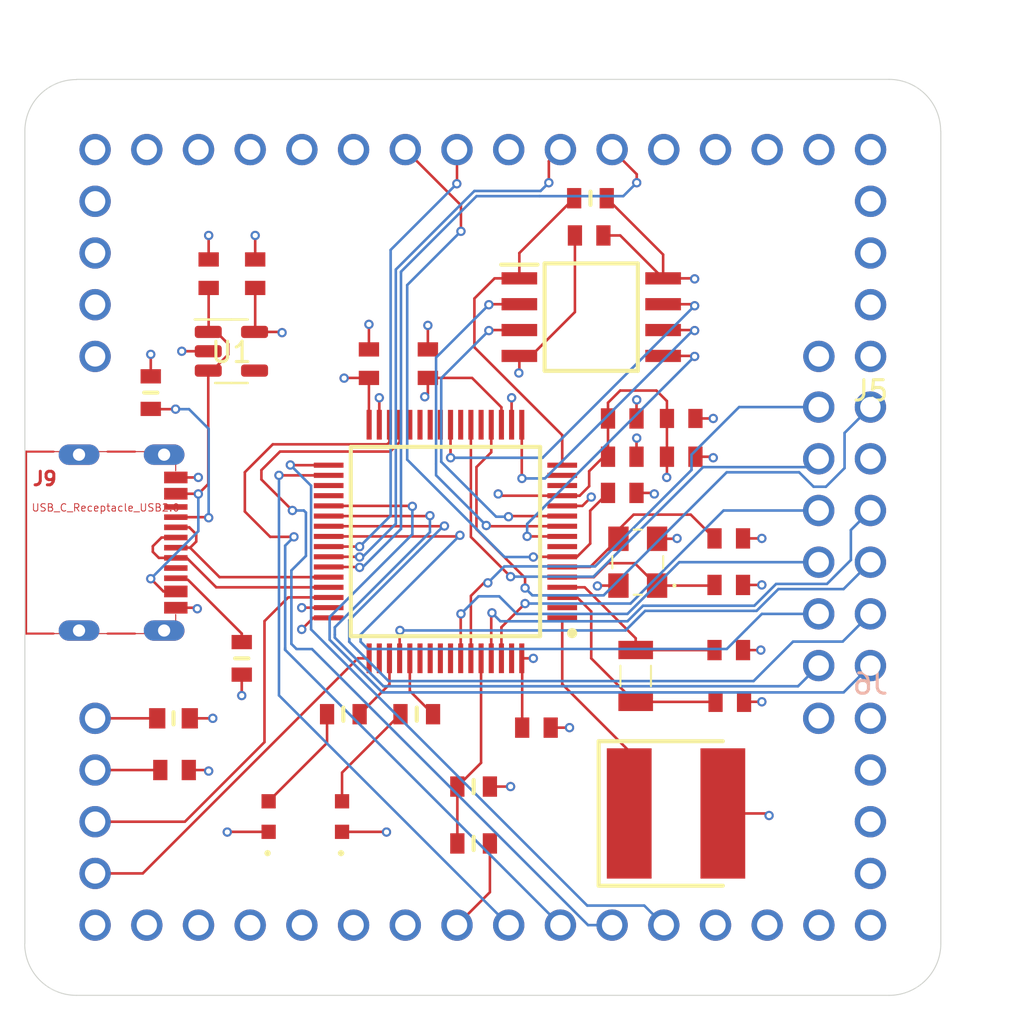
<source format=kicad_pcb>
(kicad_pcb (version 20211014) (generator pcbnew)
  (layers (0 "F.Cu" signal) (1 "In1.Cu" power) (2 "In2.Cu" power) (31 "B.Cu" signal) (34 "B.Paste" user) (35 "F.Paste" user) (36 "B.SilkS" user "B.Silkscreen") (37 "F.SilkS" user "F.Silkscreen") (38 "B.Mask" user) (39 "F.Mask" user) (44 "Edge.Cuts" user))
  (net 0 "")
  (net 1 "GND")
  (net 2 "/VDD_FILT")
  (net 3 "/NRST")
  (net 4 "Net-(C10-Pad1)")
  (net 5 "Net-(C11-Pad1)")
  (net 6 "Net-(C12-Pad1)")
  (net 7 "Net-(C13-Pad1)")
  (net 8 "/VBAT")
  (net 9 "/VBUS")
  (net 10 "VDD")
  (net 11 "/DCMI_D7")
  (net 12 "/DCMI_D6")
  (net 13 "Net-(IC1-Pad60)")
  (net 14 "/DCMI_VSYNC")
  (net 15 "/DCMI_D5")
  (net 20 "/LED2")
  (net 21 "/DCMI_D4")
  (net 22 "/LED1")
  (net 24 "/SWCLK")
  (net 25 "/SWDIO")
  (net 26 "/D+")
  (net 27 "/D-")
  (net 28 "/USART1_RX")
  (net 29 "/USART1_TX")
  (net 30 "/USART1_CK")
  (net 31 "/DCMI_D3")
  (net 32 "/DCMI_D2")
  (net 33 "/DCMI_D1")
  (net 34 "/DCMI_D0")
  (net 37 "/LPUART_CTS")
  (net 38 "/LPUART_RTS")
  (net 39 "/LPUART_TX")
  (net 40 "/LPUART_RX")
  (net 45 "/QUADSPI_BK2_IO3")
  (net 47 "/DCMI_PIXCLK")
  (net 49 "/DCMI_HSYNC")
  (net 50 "/QUADSPI_CLK")
  (net 51 "/QUADSPI_BK1_NCS")
  (net 54 "/QUADSPI_BK2_IO2")
  (net 55 "/QUADSPI_BK2_IO1")
  (net 56 "/QUADSPI_BK2_IO0")
  (net 64 "/USART1_CTS")
  (net 65 "/USART1_RTS")
  (net 77 "/BOOT0")
  (net 95 "Net-(J9-PadA5)")
  (net 97 "Net-(J9-PadB5)")
  (net 99 "Net-(LED1-Pad2)")
  (net 100 "Net-(LED2-Pad2)")
  (footprint "ta-expt:CAPC1608X90N" (layer "F.Cu") (at 160.2232 93.1672 180)
    (fp_text reference "C14" hide)
    (fp_text value "0603ZC104JAT2A" hide)
  )
  (footprint "ta-expt:USB_C_CUSB31-CFM2AX-01-X" (layer "F.Cu") (at 136.369995 108.2578 -90)
    (fp_text reference "J9")
    (fp_text value "USB_C_Receptacle_USB2.0")
  )
  (footprint "ta-expt:CAPC1608X90N" (layer "F.Cu") (at 143.8148 95.0468 90)
    (fp_text reference "C17" hide)
    (fp_text value "1uF" hide)
  )
  (footprint "ta-expt:BEADC1608X95N" (layer "F.Cu") (at 139.8016 116.8908)
    (fp_text reference "FB1" hide)
    (fp_text value "MMZ1608S601ATD25" hide)
  )
  (footprint "ta-expt:LGQ396PS35" (layer "F.Cu") (at 144.4752 121.7168 90)
    (fp_text reference "LED1" hide)
    (fp_text value "LG_Q396-PS-35" hide)
  )
  (footprint "ta-expt:CAPC1608X90N" (layer "F.Cu") (at 167.0812 110.3376)
    (fp_text reference "C11" hide)
    (fp_text value "0603ZA220JAT2A" hide)
  )
  (footprint "ta-expt:CAPC1608X90N" (layer "F.Cu") (at 161.8488 102.1588)
    (fp_text reference "C5" hide)
    (fp_text value "0603ZC105JAT2A" hide)
  )
  (footprint "ta-expt:CAPC1608X90N" (layer "F.Cu") (at 161.8488 104.0384)
    (fp_text reference "C6" hide)
    (fp_text value "0603ZC105JAT2A" hide)
  )
  (footprint "ta-expt:ABS07AIG32768kHz71T" (layer "F.Cu") (at 162.5092 114.808 90)
    (fp_text reference "Y2" hide)
    (fp_text value "ABS07AIG-32.768kHz-T" hide)
  )
  (footprint "ta-expt:CAPC1608X90N" (layer "F.Cu") (at 161.8488 105.8164)
    (fp_text reference "C9" hide)
    (fp_text value "0603ZC104JAT2A" hide)
  )
  (footprint "ta-expt:ABM8AIG25000MHZ122ZT3" (layer "F.Cu") (at 162.6108 109.22 90)
    (fp_text reference "Y1" hide)
    (fp_text value "ABM8AIG-16.000MHZ-12-2Z-T" hide)
  )
  (footprint "ta-expt:CAPC1608X90N" (layer "F.Cu") (at 167.132 116.078)
    (fp_text reference "C13" hide)
    (fp_text value "0603ZA220JAT2A" hide)
  )
  (footprint "Package_TO_SOT_SMD:SOT-23-5" (layer "F.Cu") (at 142.6464 98.8568)
    (fp_text reference "U1")
    (fp_text value "TPS7A0533PDBV")
  )
  (footprint "ta-expt:RESC1608X55N" (layer "F.Cu") (at 143.1544 113.9444 90)
    (fp_text reference "R7" hide)
    (fp_text value "5.1k" hide)
  )
  (footprint "ta-expt:QFP50P1200X1200X160-64N" (layer "F.Cu") (at 153.162 108.204 180)
    (fp_text reference "IC1" hide)
    (fp_text value "STM32L496RGT3" hide)
  )
  (footprint "ta-expt:RESC1608X55N" (layer "F.Cu") (at 154.5464 120.2436)
    (fp_text reference "R3" hide)
    (fp_text value "MCT06030C1002FP500" hide)
  )
  (footprint "ta-expt:RESC1608X55N" (layer "F.Cu") (at 151.7524 116.6876 180)
    (fp_text reference "R2" hide)
    (fp_text value "MCT06030C1001FP500" hide)
  )
  (footprint "ta-expt:RESC1608X55N" (layer "F.Cu") (at 148.1456 116.6876 180)
    (fp_text reference "R1" hide)
    (fp_text value "MCT06030C1001FP500" hide)
  )
  (footprint "ta-expt:PinSocket_1x16_TartanArtibeus" (layer "F.Cu") (at 155 88.95)
    (fp_text reference "J1" hide)
    (fp_text value "Conn_01x16")
  )
  (footprint "ta-expt:CAPC1608X90N" (layer "F.Cu") (at 141.5288 95.0468 -90)
    (fp_text reference "C16" hide)
    (fp_text value "1uF" hide)
  )
  (footprint "ta-expt:SOIC127P790X216-8N" (layer "F.Cu") (at 160.3248 97.1804)
    (fp_text reference "IC2" hide)
    (fp_text value "IS25LP128F-JBLA3" hide)
  )
  (footprint "ta-expt:CAPC1608X50N" (layer "F.Cu") (at 164.7444 102.1588)
    (fp_text reference "C8" hide)
    (fp_text value "GRM1857U1A103JA44D" hide)
  )
  (footprint "ta-expt:LGQ396PS35" (layer "F.Cu") (at 148.082 121.7168 90)
    (fp_text reference "LED2" hide)
    (fp_text value "LG_Q396-PS-35" hide)
  )
  (footprint "ta-expt:CAPPC5660X400N" (layer "F.Cu") (at 164.4904 121.5644)
    (fp_text reference "C15" hide)
    (fp_text value "597D158X9004R2T" hide)
  )
  (footprint "ta-expt:RESC1608X55N" (layer "F.Cu") (at 160.2868 91.3384 180)
    (fp_text reference "R5" hide)
    (fp_text value "MCT06030C1002FP500" hide)
  )
  (footprint "ta-expt:CAPC1608X90N" (layer "F.Cu") (at 167.0812 113.538)
    (fp_text reference "C12" hide)
    (fp_text value "0603ZA220JAT2A" hide)
  )
  (footprint "ta-expt:PinSocket_4x1_TartanArtibeus" (layer "F.Cu") (at 135.95 120.7 180)
    (fp_text reference "J4" hide)
    (fp_text value "Conn_01x04")
  )
  (footprint "ta-expt:CAPC1608X90N" (layer "F.Cu") (at 149.4028 99.4664 90)
    (fp_text reference "C2" hide)
    (fp_text value "0603ZC104JAT2A" hide)
  )
  (footprint "ta-expt:CAPC1608X90N" (layer "F.Cu") (at 139.8524 119.4308 180)
    (fp_text reference "C1" hide)
    (fp_text value "GRM188C71A475KE21D" hide)
  )
  (footprint "ta-expt:RESC1608X55N" (layer "F.Cu") (at 154.5464 123.0376 180)
    (fp_text reference "R4" hide)
    (fp_text value "MCT06030C1001FP500" hide)
  )
  (footprint "ta-expt:PinSocket_6x2_TartanArtibeus" (layer "F.Cu") (at 172.7708 107.95 180)
    (fp_text reference "J8" hide)
    (fp_text value locked "Conn_02x06_Odd_Even")
  )
  (footprint "ta-expt:PinSocket_4x1_TartanArtibeus" (layer "F.Cu") (at 135.95 95.3)
    (fp_text reference "J3" hide)
    (fp_text value "Conn_01x04")
  )
  (footprint "ta-expt:CAPC1608X90N" (layer "F.Cu") (at 167.0812 108.0516)
    (fp_text reference "C10" hide)
    (fp_text value "0603ZA220JAT2A" hide)
  )
  (footprint "ta-expt:CAPC1608X90N" (layer "F.Cu") (at 157.6324 117.348)
    (fp_text reference "C4" hide)
    (fp_text value "0603ZC104JAT2A" hide)
  )
  (footprint "ta-expt:PinSocket_1x5_TartanArtibeus" (layer "F.Cu") (at 174.05 95.3)
    (fp_text reference "J5")
    (fp_text value "Conn_01x05")
  )
  (footprint "ta-expt:PinSocket_1x16_TartanArtibeus" (layer "F.Cu") (at 155 127.05)
    (fp_text reference "J2" hide)
    (fp_text value "Conn_01x16")
  )
  (footprint "ta-expt:CAPC1608X90N" (layer "F.Cu") (at 164.7444 104.0384)
    (fp_text reference "C7" hide)
    (fp_text value "0603ZC104JAT2A" hide)
  )
  (footprint "ta-expt:RESC1608X55N" (layer "F.Cu") (at 138.684 100.8888 -90)
    (fp_text reference "R6" hide)
    (fp_text value "5.1k" hide)
  )
  (footprint "ta-expt:CAPC1608X90N" (layer "F.Cu") (at 152.2984 99.4664 90)
    (fp_text reference "C3" hide)
    (fp_text value "0603ZC104JAT2A" hide)
  )
  (footprint "ta-expt:PinSocket_1x5_TartanArtibeus" (layer "B.Cu") (at 174.04 120.7)
    (fp_text reference "J6")
    (fp_text value "Conn_01x05")
  )
  (gr_line locked (start 135.04 85.5) (end 174.96 85.5) (layer "Edge.Cuts") (width 0.05))
  (gr_arc locked (start 132.500001 88.04) (mid 133.243484 86.246451) (end 135.039946 85.510034) (layer "Edge.Cuts") (width 0.05))
  (gr_arc locked (start 135.04 130.5) (mid 133.236966 129.760561) (end 132.491569 127.959983) (layer "Edge.Cuts") (width 0.05))
  (gr_line locked (start 135.04 130.5) (end 174.96 130.5) (layer "Edge.Cuts") (width 0.05))
  (gr_arc locked (start 174.96 85.500001) (mid 176.751671 86.24586) (end 177.491601 88.039988) (layer "Edge.Cuts") (width 0.05))
  (gr_arc locked (start 177.5 127.96) (mid 176.756051 129.756051) (end 174.96 130.5) (layer "Edge.Cuts") (width 0.05))
  (gr_line locked (start 132.5 88.04) (end 132.5 127.96) (layer "Edge.Cuts") (width 0.05))
  (gr_line locked (start 177.5 88.04) (end 177.5 127.96) (layer "Edge.Cuts") (width 0.05))
  (segment (start 156.412 101.144) (end 156.412 102.466) (width 0.127) (layer "F.Cu") (net 1))
  (segment (start 158.9 106.454) (end 159.8904 106.454) (width 0.127) (layer "F.Cu") (net 1))
  (segment (start 163.5608 108.07) (end 164.5228 108.07) (width 0.127) (layer "F.Cu") (net 1))
  (segment (start 167.7812 108.0516) (end 168.7068 108.0516) (width 0.127) (layer "F.Cu") (net 1))
  (segment (start 159.5232 93.1672) (end 159.5232 96.93) (width 0.127) (layer "F.Cu") (net 1))
  (segment (start 166.7904 121.5644) (end 168.9608 121.5644) (width 0.127) (layer "F.Cu") (net 1))
  (segment (start 143.1544 114.7444) (end 143.1544 115.7732) (width 0.127) (layer "F.Cu") (net 1))
  (segment (start 162.5488 105.8164) (end 163.3728 105.8164) (width 0.127) (layer "F.Cu") (net 1))
  (segment (start 161.6608 110.37) (end 160.648 110.37) (width 0.127) (layer "F.Cu") (net 1))
  (segment (start 140.921791 111.457791) (end 140.97 111.506) (width 0.127) (layer "F.Cu") (net 1))
  (segment (start 146.102 111.454) (end 146.1008 111.4552) (width 0.127) (layer "F.Cu") (net 1))
  (segment (start 167.832 116.078) (end 168.7068 116.078) (width 0.127) (layer "F.Cu") (net 1))
  (segment (start 168.9608 121.5644) (end 169.0624 121.666) (width 0.127) (layer "F.Cu") (net 1))
  (segment (start 141.5089 98.8568) (end 140.208 98.8568) (width 0.127) (layer "F.Cu") (net 1))
  (segment (start 147.424 111.454) (end 146.102 111.454) (width 0.127) (layer "F.Cu") (net 1))
  (segment (start 162.5488 101.2556) (end 162.56 101.2444) (width 0.127) (layer "F.Cu") (net 1))
  (segment (start 142.4552 122.4668) (end 142.4432 122.4788) (width 0.127) (layer "F.Cu") (net 1))
  (segment (start 162.5488 104.0384) (end 162.5488 103.1352) (width 0.127) (layer "F.Cu") (net 1))
  (segment (start 144.4752 122.4668) (end 142.4552 122.4668) (width 0.127) (layer "F.Cu") (net 1))
  (segment (start 156.7928 99.8996) (end 156.7688 99.9236) (width 0.127) (layer "F.Cu") (net 1))
  (segment (start 152.2984 98.7664) (end 152.2984 97.5868) (width 0.127) (layer "F.Cu") (net 1))
  (segment (start 149.912 101.144) (end 149.912 102.466) (width 0.127) (layer "F.Cu") (net 1))
  (segment (start 166.2684 104.0384) (end 166.3192 104.0892) (width 0.127) (layer "F.Cu") (net 1))
  (segment (start 139.1524 119.4308) (end 135.9508 119.4308) (width 0.127) (layer "F.Cu") (net 1))
  (segment (start 158.3324 117.348) (end 159.258 117.348) (width 0.127) (layer "F.Cu") (net 1))
  (segment (start 149.4028 98.7664) (end 149.4028 97.536) (width 0.127) (layer "F.Cu") (net 1))
  (segment (start 167.7812 113.538) (end 168.656 113.538) (width 0.127) (layer "F.Cu") (net 1))
  (segment (start 159.8904 106.454) (end 160.3248 106.0196) (width 0.127) (layer "F.Cu") (net 1))
  (segment (start 163.3728 105.8164) (end 163.4236 105.8672) (width 0.127) (layer "F.Cu") (net 1))
  (segment (start 141.017396 105.057804) (end 141.0208 105.0544) (width 0.127) (layer "F.Cu") (net 1))
  (segment (start 150.2544 122.4668) (end 150.2664 122.4788) (width 0.127) (layer "F.Cu") (net 1))
  (segment (start 149.9108 101.1428) (end 149.912 101.144) (width 0.127) (layer "F.Cu") (net 1))
  (segment (start 139.915006 105.057804) (end 141.017396 105.057804) (width 0.127) (layer "F.Cu") (net 1))
  (segment (start 167.7812 110.3376) (end 168.7068 110.3376) (width 0.127) (layer "F.Cu") (net 1))
  (segment (start 141.5288 94.3468) (end 141.5288 93.1672) (width 0.127) (layer "F.Cu") (net 1))
  (segment (start 148.082 122.4668) (end 150.2544 122.4668) (width 0.127) (layer "F.Cu") (net 1))
  (segment (start 143.8148 94.3468) (end 143.8148 93.1672) (width 0.127) (layer "F.Cu") (net 1))
  (segment (start 162.5488 103.1352) (end 162.56 103.124) (width 0.127) (layer "F.Cu") (net 1))
  (segment (start 165.4444 104.0384) (end 166.2684 104.0384) (width 0.127) (layer "F.Cu") (net 1))
  (segment (start 155.3464 120.2436) (end 156.3624 120.2436) (width 0.127) (layer "F.Cu") (net 1))
  (segment (start 139.915006 111.457791) (end 140.921791 111.457791) (width 0.127) (layer "F.Cu") (net 1))
  (segment (start 156.4132 101.1428) (end 156.412 101.144) (width 0.127) (layer "F.Cu") (net 1))
  (segment (start 160.648 110.37) (end 160.6296 110.3884) (width 0.127) (layer "F.Cu") (net 1))
  (segment (start 159.5232 96.93) (end 157.3678 99.0854) (width 0.127) (layer "F.Cu") (net 1))
  (segment (start 165.4444 102.1588) (end 166.3192 102.1588) (width 0.127) (layer "F.Cu") (net 1))
  (segment (start 156.7928 99.0854) (end 156.7928 99.8996) (width 0.127) (layer "F.Cu") (net 1))
  (segment (start 157.3678 99.0854) (end 156.7928 99.0854) (width 0.127) (layer "F.Cu") (net 1))
  (segment (start 162.5488 102.1588) (end 162.5488 101.2556) (width 0.127) (layer "F.Cu") (net 1))
  (segment (start 164.5228 108.07) (end 164.5412 108.0516) (width 0.127) (layer "F.Cu") (net 1))
  (segment (start 135.9508 119.4308) (end 135.95 119.43) (width 0.127) (layer "F.Cu") (net 1))
  (segment (start 138.684 100.0888) (end 138.684 99.0092) (width 0.127) (layer "F.Cu") (net 1))
  (via (at 142.4432 122.4788) (size 0.4572) (drill 0.254) (layers "F.Cu" "B.Cu") (net 1))
  (via (at 160.3248 106.0196) (size 0.4572) (drill 0.254) (layers "F.Cu" "B.Cu") (net 1))
  (via (at 168.7068 108.0516) (size 0.4572) (drill 0.254) (layers "F.Cu" "B.Cu") (net 1))
  (via (at 140.208 98.8568) (size 0.4572) (drill 0.254) (layers "F.Cu" "B.Cu") (net 1))
  (via (at 138.684 99.0092) (size 0.4572) (drill 0.254) (layers "F.Cu" "B.Cu") (net 1))
  (via (at 168.656 113.538) (size 0.4572) (drill 0.254) (layers "F.Cu" "B.Cu") (net 1))
  (via (at 143.8148 93.1672) (size 0.4572) (drill 0.254) (layers "F.Cu" "B.Cu") (net 1))
  (via (at 156.7688 99.9236) (size 0.4572) (drill 0.254) (layers "F.Cu" "B.Cu") (net 1))
  (via (at 168.7068 116.078) (size 0.4572) (drill 0.254) (layers "F.Cu" "B.Cu") (net 1))
  (via (at 149.4028 97.536) (size 0.4572) (drill 0.254) (layers "F.Cu" "B.Cu") (net 1))
  (via (at 168.7068 110.3376) (size 0.4572) (drill 0.254) (layers "F.Cu" "B.Cu") (net 1))
  (via (at 164.5412 108.0516) (size 0.4572) (drill 0.254) (layers "F.Cu" "B.Cu") (net 1))
  (via (at 156.3624 120.2436) (size 0.4572) (drill 0.254) (layers "F.Cu" "B.Cu") (net 1))
  (via (at 152.2984 97.5868) (size 0.4572) (drill 0.254) (layers "F.Cu" "B.Cu") (net 1))
  (via (at 169.0624 121.666) (size 0.4572) (drill 0.254) (layers "F.Cu" "B.Cu") (net 1))
  (via (at 166.3192 104.0892) (size 0.4572) (drill 0.254) (layers "F.Cu" "B.Cu") (net 1))
  (via (at 149.9108 101.1428) (size 0.4572) (drill 0.254) (layers "F.Cu" "B.Cu") (net 1))
  (via (at 150.2664 122.4788) (size 0.4572) (drill 0.254) (layers "F.Cu" "B.Cu") (net 1))
  (via (at 141.0208 105.0544) (size 0.4572) (drill 0.254) (layers "F.Cu" "B.Cu") (net 1))
  (via (at 141.5288 93.1672) (size 0.4572) (drill 0.254) (layers "F.Cu" "B.Cu") (net 1))
  (via (at 146.1008 111.4552) (size 0.4572) (drill 0.254) (layers "F.Cu" "B.Cu") (net 1))
  (via (at 166.3192 102.1588) (size 0.4572) (drill 0.254) (layers "F.Cu" "B.Cu") (net 1))
  (via (at 159.258 117.348) (size 0.4572) (drill 0.254) (layers "F.Cu" "B.Cu") (net 1))
  (via (at 160.6296 110.3884) (size 0.4572) (drill 0.254) (layers "F.Cu" "B.Cu") (net 1))
  (via (at 143.1544 115.7732) (size 0.4572) (drill 0.254) (layers "F.Cu" "B.Cu") (net 1))
  (via (at 162.56 103.124) (size 0.4572) (drill 0.254) (layers "F.Cu" "B.Cu") (net 1))
  (via (at 163.4236 105.8672) (size 0.4572) (drill 0.254) (layers "F.Cu" "B.Cu") (net 1))
  (via (at 162.56 101.2444) (size 0.4572) (drill 0.254) (layers "F.Cu" "B.Cu") (net 1))
  (via (at 140.97 111.506) (size 0.4572) (drill 0.254) (layers "F.Cu" "B.Cu") (net 1))
  (via (at 156.4132 101.1428) (size 0.4572) (drill 0.254) (layers "F.Cu" "B.Cu") (net 1))
  (segment (start 143.8148 97.8759) (end 143.8148 95.7468) (width 0.127) (layer "F.Cu") (net 2))
  (segment (start 152.2984 100.1664) (end 154.4694 100.1664) (width 0.127) (layer "F.Cu") (net 2))
  (segment (start 157.4776 113.942) (end 157.48 113.9444) (width 0.127) (layer "F.Cu") (net 2))
  (segment (start 159.757 105.954) (end 160.2232 105.4878) (width 0.127) (layer "F.Cu") (net 2))
  (segment (start 155.8396 105.954) (end 155.7528 105.8672) (width 0.127) (layer "F.Cu") (net 2))
  (segment (start 140.5524 119.4308) (end 141.478 119.4308) (width 0.127) (layer "F.Cu") (net 2))
  (segment (start 161.1488 102.1588) (end 161.1488 101.3856) (width 0.127) (layer "F.Cu") (net 2))
  (segment (start 164.0444 104.0384) (end 164.0444 105.0432) (width 0.127) (layer "F.Cu") (net 2))
  (segment (start 161.1488 104.0384) (end 161.1488 102.1588) (width 0.127) (layer "F.Cu") (net 2))
  (segment (start 164.0444 102.1588) (end 164.0444 104.0384) (width 0.127) (layer "F.Cu") (net 2))
  (segment (start 163.8568 95.2754) (end 165.3794 95.2754) (width 0.127) (layer "F.Cu") (net 2))
  (segment (start 163.8568 94.1084) (end 161.0868 91.3384) (width 0.127) (layer "F.Cu") (net 2))
  (segment (start 146.1008 112.522) (end 146.6688 111.954) (width 0.127) (layer "F.Cu") (net 2))
  (segment (start 152.2984 100.9396) (end 152.146 101.092) (width 0.127) (layer "F.Cu") (net 2))
  (segment (start 145.1 97.9068) (end 145.1356 97.9424) (width 0.127) (layer "F.Cu") (net 2))
  (segment (start 163.8568 95.2754) (end 163.8568 94.1084) (width 0.127) (layer "F.Cu") (net 2))
  (segment (start 163.5252 100.7872) (end 164.0444 101.3064) (width 0.127) (layer "F.Cu") (net 2))
  (segment (start 165.3794 95.2754) (end 165.4048 95.3008) (width 0.127) (layer "F.Cu") (net 2))
  (segment (start 143.7839 97.9068) (end 143.8148 97.8759) (width 0.127) (layer "F.Cu") (net 2))
  (segment (start 161.7486 93.1672) (end 163.8568 95.2754) (width 0.127) (layer "F.Cu") (net 2))
  (segment (start 149.4028 100.1664) (end 148.1948 100.1664) (width 0.127) (layer "F.Cu") (net 2))
  (segment (start 154.4694 100.1664) (end 155.912 101.609) (width 0.127) (layer "F.Cu") (net 2))
  (segment (start 158.9 105.954) (end 155.8396 105.954) (width 0.127) (layer "F.Cu") (net 2))
  (segment (start 148.1948 100.1664) (end 148.1836 100.1776) (width 0.127) (layer "F.Cu") (net 2))
  (segment (start 149.4028 102.4568) (end 149.412 102.466) (width 0.127) (layer "F.Cu") (net 2))
  (segment (start 160.2232 104.7496) (end 160.9344 104.0384) (width 0.127) (layer "F.Cu") (net 2))
  (segment (start 164.0444 101.3064) (end 164.0444 102.1588) (width 0.127) (layer "F.Cu") (net 2))
  (segment (start 161.1488 101.3856) (end 161.7472 100.7872) (width 0.127) (layer "F.Cu") (net 2))
  (segment (start 164.0444 105.0432) (end 164.0332 105.0544) (width 0.127) (layer "F.Cu") (net 2))
  (segment (start 149.4028 100.1664) (end 149.4028 102.4568) (width 0.127) (layer "F.Cu") (net 2))
  (segment (start 160.9344 104.0384) (end 161.1488 104.0384) (width 0.127) (layer "F.Cu") (net 2))
  (segment (start 152.2984 100.1664) (end 152.2984 100.9396) (width 0.127) (layer "F.Cu") (net 2))
  (segment (start 161.7472 100.7872) (end 163.5252 100.7872) (width 0.127) (layer "F.Cu") (net 2))
  (segment (start 160.9232 93.1672) (end 161.7486 93.1672) (width 0.127) (layer "F.Cu") (net 2))
  (segment (start 158.9 105.954) (end 159.757 105.954) (width 0.127) (layer "F.Cu") (net 2))
  (segment (start 156.912 113.942) (end 157.4776 113.942) (width 0.127) (layer "F.Cu") (net 2))
  (segment (start 160.2232 105.4878) (end 160.2232 104.7496) (width 0.127) (layer "F.Cu") (net 2))
  (segment (start 156.9324 113.9624) (end 156.912 113.942) (width 0.127) (layer "F.Cu") (net 2))
  (segment (start 141.478 119.4308) (end 141.5288 119.4816) (width 0.127) (layer "F.Cu") (net 2))
  (segment (start 156.9324 117.348) (end 156.9324 113.9624) (width 0.127) (layer "F.Cu") (net 2))
  (segment (start 155.912 101.609) (end 155.912 102.466) (width 0.127) (layer "F.Cu") (net 2))
  (segment (start 143.7839 97.9068) (end 145.1 97.9068) (width 0.127) (layer "F.Cu") (net 2))
  (segment (start 140.6016 116.8908) (end 141.732 116.8908) (width 0.127) (layer "F.Cu") (net 2))
  (segment (start 146.6688 111.954) (end 147.424 111.954) (width 0.127) (layer "F.Cu") (net 2))
  (via (at 148.1836 100.1776) (size 0.4572) (drill 0.254) (layers "F.Cu" "B.Cu") (net 2))
  (via (at 165.4048 95.3008) (size 0.4572) (drill 0.254) (layers "F.Cu" "B.Cu") (net 2))
  (via (at 155.7528 105.8672) (size 0.4572) (drill 0.254) (layers "F.Cu" "B.Cu") (net 2))
  (via (at 141.732 116.8908) (size 0.4572) (drill 0.254) (layers "F.Cu" "B.Cu") (net 2))
  (via (at 146.1008 112.522) (size 0.4572) (drill 0.254) (layers "F.Cu" "B.Cu") (net 2))
  (via (at 141.5288 119.4816) (size 0.4572) (drill 0.254) (layers "F.Cu" "B.Cu") (net 2))
  (via (at 152.146 101.092) (size 0.4572) (drill 0.254) (layers "F.Cu" "B.Cu") (net 2))
  (via (at 157.48 113.9444) (size 0.4572) (drill 0.254) (layers "F.Cu" "B.Cu") (net 2))
  (via (at 164.0332 105.0544) (size 0.4572) (drill 0.254) (layers "F.Cu" "B.Cu") (net 2))
  (via (at 145.1356 97.9424) (size 0.4572) (drill 0.254) (layers "F.Cu" "B.Cu") (net 2))
  (segment (start 160.274 106.6912) (end 160.274 108.3056) (width 0.127) (layer "F.Cu") (net 3))
  (segment (start 159.6256 108.954) (end 158.9 108.954) (width 0.127) (layer "F.Cu") (net 3))
  (segment (start 161.1488 105.8164) (end 160.274 106.6912) (width 0.127) (layer "F.Cu") (net 3))
  (segment (start 153.924 92.964) (end 153.924 91.684) (width 0.127) (layer "F.Cu") (net 3))
  (segment (start 157.492 108.954) (end 157.48 108.966) (width 0.127) (layer "F.Cu") (net 3))
  (segment (start 153.924 91.684) (end 151.19 88.95) (width 0.127) (layer "F.Cu") (net 3))
  (segment (start 160.274 108.3056) (end 159.6256 108.954) (width 0.127) (layer "F.Cu") (net 3))
  (segment (start 158.9 108.954) (end 157.492 108.954) (width 0.127) (layer "F.Cu") (net 3))
  (via (at 157.48 108.966) (size 0.4572) (drill 0.254) (layers "F.Cu" "B.Cu") (net 3))
  (via (at 153.924 92.964) (size 0.4572) (drill 0.254) (layers "F.Cu" "B.Cu") (net 3))
  (segment (start 157.48 108.966) (end 156.066754 108.966) (width 0.127) (layer "B.Cu") (net 3))
  (segment (start 151.2824 104.181646) (end 151.2824 95.6056) (width 0.127) (layer "B.Cu") (net 3))
  (segment (start 156.066754 108.966) (end 151.2824 104.181646) (width 0.127) (layer "B.Cu") (net 3))
  (segment (start 151.2824 95.6056) (end 153.924 92.964) (width 0.127) (layer "B.Cu") (net 3))
  (segment (start 161.6608 107.63) (end 162.4076 106.8832) (width 0.127) (layer "F.Cu") (net 4))
  (segment (start 165.2128 106.8832) (end 166.3812 108.0516) (width 0.127) (layer "F.Cu") (net 4))
  (segment (start 162.4076 106.8832) (end 165.2128 106.8832) (width 0.127) (layer "F.Cu") (net 4))
  (segment (start 160.2768 109.454) (end 158.9 109.454) (width 0.127) (layer "F.Cu") (net 4))
  (segment (start 161.6608 108.07) (end 160.2768 109.454) (width 0.127) (layer "F.Cu") (net 4))
  (segment (start 161.6608 108.07) (end 161.6608 107.63) (width 0.127) (layer "F.Cu") (net 4))
  (segment (start 163.5608 110.37) (end 166.3488 110.37) (width 0.127) (layer "F.Cu") (net 5))
  (segment (start 161.1376 109.2708) (end 160.4544 109.954) (width 0.127) (layer "F.Cu") (net 5))
  (segment (start 163.5608 110.37) (end 162.4616 109.2708) (width 0.127) (layer "F.Cu") (net 5))
  (segment (start 166.3488 110.37) (end 166.3812 110.3376) (width 0.127) (layer "F.Cu") (net 5))
  (segment (start 162.4616 109.2708) (end 161.1376 109.2708) (width 0.127) (layer "F.Cu") (net 5))
  (segment (start 160.4544 109.954) (end 158.9 109.954) (width 0.127) (layer "F.Cu") (net 5))
  (segment (start 166.3812 113.538) (end 162.5142 113.538) (width 0.127) (layer "F.Cu") (net 6))
  (segment (start 162.5092 113.533) (end 162.5092 112.956) (width 0.127) (layer "F.Cu") (net 6))
  (segment (start 162.5092 112.956) (end 160.0072 110.454) (width 0.127) (layer "F.Cu") (net 6))
  (segment (start 160.0072 110.454) (end 158.9 110.454) (width 0.127) (layer "F.Cu") (net 6))
  (segment (start 162.5142 113.538) (end 162.5092 113.533) (width 0.127) (layer "F.Cu") (net 6))
  (segment (start 160.3248 111.6428) (end 159.636 110.954) (width 0.127) (layer "F.Cu") (net 7))
  (segment (start 160.3248 113.9444) (end 160.3248 111.6428) (width 0.127) (layer "F.Cu") (net 7))
  (segment (start 162.4634 116.083) (end 160.3248 113.9444) (width 0.127) (layer "F.Cu") (net 7))
  (segment (start 162.5092 116.083) (end 162.4634 116.083) (width 0.127) (layer "F.Cu") (net 7))
  (segment (start 162.5092 116.083) (end 166.427 116.083) (width 0.127) (layer "F.Cu") (net 7))
  (segment (start 159.636 110.954) (end 158.9 110.954) (width 0.127) (layer "F.Cu") (net 7))
  (segment (start 166.427 116.083) (end 166.432 116.078) (width 0.127) (layer "F.Cu") (net 7))
  (segment (start 162.1904 121.5644) (end 162.1904 118.5024) (width 0.127) (layer "F.Cu") (net 8))
  (segment (start 158.9 115.212) (end 158.9 111.954) (width 0.127) (layer "F.Cu") (net 8))
  (segment (start 162.1904 118.5024) (end 158.9 115.212) (width 0.127) (layer "F.Cu") (net 8))
  (segment (start 142.494 98.5012) (end 141.8996 97.9068) (width 0.127) (layer "F.Cu") (net 9))
  (segment (start 139.308992 110.657792) (end 138.684 110.0328) (width 0.127) (layer "F.Cu") (net 9))
  (segment (start 141.5089 105.3791) (end 141.5089 99.8068) (width 0.127) (layer "F.Cu") (net 9))
  (segment (start 141.5089 99.8068) (end 141.70294 99.8068) (width 0.127) (layer "F.Cu") (net 9))
  (segment (start 141.0208 105.8672) (end 141.5089 105.3791) (width 0.127) (layer "F.Cu") (net 9))
  (segment (start 141.8996 97.9068) (end 141.5089 97.9068) (width 0.127) (layer "F.Cu") (net 9))
  (segment (start 139.915006 110.657792) (end 139.766513 110.509299) (width 0.127) (layer "F.Cu") (net 9))
  (segment (start 141.5089 97.9068) (end 141.5288 97.8869) (width 0.127) (layer "F.Cu") (net 9))
  (segment (start 139.915006 110.657792) (end 139.308992 110.657792) (width 0.127) (layer "F.Cu") (net 9))
  (segment (start 141.70294 99.8068) (end 142.494 99.01574) (width 0.127) (layer "F.Cu") (net 9))
  (segment (start 141.5288 97.8869) (end 141.5288 95.7468) (width 0.127) (layer "F.Cu") (net 9))
  (segment (start 141.011402 105.857802) (end 141.0208 105.8672) (width 0.127) (layer "F.Cu") (net 9))
  (segment (start 139.915006 105.857802) (end 141.011402 105.857802) (width 0.127) (layer "F.Cu") (net 9))
  (segment (start 142.494 99.01574) (end 142.494 98.5012) (width 0.127) (layer "F.Cu") (net 9))
  (via (at 138.684 110.0328) (size 0.4572) (drill 0.254) (layers "F.Cu" "B.Cu") (net 9))
  (via (at 141.0208 105.8672) (size 0.4572) (drill 0.254) (layers "F.Cu" "B.Cu") (net 9))
  (segment (start 141.0208 107.696) (end 141.0208 105.8672) (width 0.127) (layer "B.Cu") (net 9))
  (segment (start 138.684 110.0328) (end 141.0208 107.696) (width 0.127) (layer "B.Cu") (net 9))
  (segment (start 135.9508 116.8908) (end 135.95 116.89) (width 0.127) (layer "F.Cu") (net 10))
  (segment (start 139.0016 116.8908) (end 135.9508 116.8908) (width 0.127) (layer "F.Cu") (net 10))
  (segment (start 155.912 112.4136) (end 157.0736 111.252) (width 0.127) (layer "F.Cu") (net 11))
  (segment (start 155.912 113.942) (end 155.912 112.4136) (width 0.127) (layer "F.Cu") (net 11))
  (via (at 157.0736 111.252) (size 0.4572) (drill 0.254) (layers "F.Cu" "B.Cu") (net 11))
  (segment (start 162.2552 111.252) (end 166.8272 106.68) (width 0.127) (layer "B.Cu") (net 11))
  (segment (start 157.0736 111.252) (end 162.2552 111.252) (width 0.127) (layer "B.Cu") (net 11))
  (segment (start 166.8272 106.68) (end 171.5008 106.68) (width 0.127) (layer "B.Cu") (net 11))
  (segment (start 155.412 111.7452) (end 155.412 113.942) (width 0.127) (layer "F.Cu") (net 12))
  (segment (start 155.448 111.7092) (end 155.412 111.7452) (width 0.127) (layer "F.Cu") (net 12))
  (via (at 155.448 111.7092) (size 0.4572) (drill 0.254) (layers "F.Cu" "B.Cu") (net 12))
  (segment (start 174.0408 106.68) (end 173.0803 107.6405) (width 0.127) (layer "B.Cu") (net 12))
  (segment (start 169.4688 110.2868) (end 169.408846 110.2868) (width 0.127) (layer "B.Cu") (net 12))
  (segment (start 169.408846 110.2868) (end 168.338436 111.35721) (width 0.127) (layer "B.Cu") (net 12))
  (segment (start 155.86162 112.12282) (end 155.448 111.7092) (width 0.127) (layer "B.Cu") (net 12))
  (segment (start 173.0803 107.6405) (end 173.0803 109.1137) (width 0.127) (layer "B.Cu") (net 12))
  (segment (start 162.1028 112.12282) (end 157.62518 112.12282) (width 0.127) (layer "B.Cu") (net 12))
  (segment (start 168.338436 111.35721) (end 162.86841 111.35721) (width 0.127) (layer "B.Cu") (net 12))
  (segment (start 157.62518 112.12282) (end 155.86162 112.12282) (width 0.127) (layer "B.Cu") (net 12))
  (segment (start 172.0088 110.1852) (end 171.9072 110.2868) (width 0.127) (layer "B.Cu") (net 12))
  (segment (start 162.86841 111.35721) (end 162.1028 112.12282) (width 0.127) (layer "B.Cu") (net 12))
  (segment (start 173.0803 109.1137) (end 172.0088 110.1852) (width 0.127) (layer "B.Cu") (net 12))
  (segment (start 171.9072 110.2868) (end 169.4688 110.2868) (width 0.127) (layer "B.Cu") (net 12))
  (segment (start 153.7464 120.2436) (end 153.7464 123.0376) (width 0.127) (layer "F.Cu") (net 13))
  (segment (start 154.912 119.078) (end 153.7464 120.2436) (width 0.127) (layer "F.Cu") (net 13))
  (segment (start 154.912 113.942) (end 154.912 119.078) (width 0.127) (layer "F.Cu") (net 13))
  (segment (start 154.412 113.942) (end 154.412 110.874754) (width 0.127) (layer "F.Cu") (net 14))
  (segment (start 154.412 110.874754) (end 155.054054 110.2327) (width 0.127) (layer "F.Cu") (net 14))
  (via (at 155.2448 110.236) (size 0.4572) (drill 0.254) (layers "F.Cu" "B.Cu") (net 14))
  (segment (start 160.515546 109.4265) (end 165.2524 104.689646) (width 0.127) (layer "B.Cu") (net 14))
  (segment (start 167.5892 101.6) (end 171.5008 101.6) (width 0.127) (layer "B.Cu") (net 14))
  (segment (start 155.2448 110.236) (end 156.0543 109.4265) (width 0.127) (layer "B.Cu") (net 14))
  (segment (start 156.0543 109.4265) (end 160.515546 109.4265) (width 0.127) (layer "B.Cu") (net 14))
  (segment (start 165.2524 103.9368) (end 167.5892 101.6) (width 0.127) (layer "B.Cu") (net 14))
  (segment (start 165.2524 104.689646) (end 165.2524 103.9368) (width 0.127) (layer "B.Cu") (net 14))
  (segment (start 153.912 111.772) (end 153.912 113.942) (width 0.127) (layer "F.Cu") (net 15))
  (segment (start 153.924 111.76) (end 153.912 111.772) (width 0.127) (layer "F.Cu") (net 15))
  (via (at 153.924 111.76) (size 0.4572) (drill 0.254) (layers "F.Cu" "B.Cu") (net 15))
  (segment (start 162.10641 111.76) (end 156.6672 111.76) (width 0.127) (layer "B.Cu") (net 15))
  (segment (start 164.64641 109.22) (end 162.10641 111.76) (width 0.127) (layer "B.Cu") (net 15))
  (segment (start 154.7876 110.8964) (end 153.924 111.76) (width 0.127) (layer "B.Cu") (net 15))
  (segment (start 155.8036 110.8964) (end 154.7876 110.8964) (width 0.127) (layer "B.Cu") (net 15))
  (segment (start 171.5008 109.22) (end 164.64641 109.22) (width 0.127) (layer "B.Cu") (net 15))
  (segment (start 156.6672 111.76) (end 155.8036 110.8964) (width 0.127) (layer "B.Cu") (net 15))
  (segment (start 151.412 115.5472) (end 151.412 113.942) (width 0.127) (layer "F.Cu") (net 20))
  (segment (start 152.5524 116.6876) (end 151.412 115.5472) (width 0.127) (layer "F.Cu") (net 20))
  (segment (start 150.912 112.5876) (end 150.912 113.942) (width 0.127) (layer "F.Cu") (net 21))
  (segment (start 150.9268 112.5728) (end 150.912 112.5876) (width 0.127) (layer "F.Cu") (net 21))
  (via (at 150.9268 112.5728) (size 0.4572) (drill 0.254) (layers "F.Cu" "B.Cu") (net 21))
  (segment (start 162.97362 111.61121) (end 162.387615 112.197215) (width 0.127) (layer "B.Cu") (net 21))
  (segment (start 172.72 110.5408) (end 169.5196 110.5408) (width 0.127) (layer "B.Cu") (net 21))
  (segment (start 168.3004 111.61121) (end 162.97362 111.61121) (width 0.127) (layer "B.Cu") (net 21))
  (segment (start 162.387615 112.197215) (end 162.01203 112.5728) (width 0.127) (layer "B.Cu") (net 21))
  (segment (start 168.44919 111.61121) (end 168.3004 111.61121) (width 0.127) (layer "B.Cu") (net 21))
  (segment (start 169.5196 110.5408) (end 168.44919 111.61121) (width 0.127) (layer "B.Cu") (net 21))
  (segment (start 162.01203 112.5728) (end 150.9268 112.5728) (width 0.127) (layer "B.Cu") (net 21))
  (segment (start 174.0408 109.22) (end 172.72 110.5408) (width 0.127) (layer "B.Cu") (net 21))
  (segment (start 150.412 115.2212) (end 150.412 113.942) (width 0.127) (layer "F.Cu") (net 22))
  (segment (start 148.9456 116.6876) (end 150.412 115.2212) (width 0.127) (layer "F.Cu") (net 22))
  (segment (start 149.412 113.942) (end 148.8602 113.942) (width 0.127) (layer "F.Cu") (net 24))
  (segment (start 138.2922 124.51) (end 135.95 124.51) (width 0.127) (layer "F.Cu") (net 24))
  (segment (start 148.8602 113.942) (end 138.2922 124.51) (width 0.127) (layer "F.Cu") (net 24))
  (segment (start 147.424 110.954) (end 146.567 110.954) (width 0.127) (layer "F.Cu") (net 25))
  (segment (start 144.272 118.0592) (end 140.3612 121.97) (width 0.127) (layer "F.Cu") (net 25))
  (segment (start 140.3612 121.97) (end 135.95 121.97) (width 0.127) (layer "F.Cu") (net 25))
  (segment (start 146.5602 110.9472) (end 145.4404 110.9472) (width 0.127) (layer "F.Cu") (net 25))
  (segment (start 144.272 112.1156) (end 144.272 118.0592) (width 0.127) (layer "F.Cu") (net 25))
  (segment (start 146.567 110.954) (end 146.5602 110.9472) (width 0.127) (layer "F.Cu") (net 25))
  (segment (start 145.4404 110.9472) (end 144.272 112.1156) (width 0.127) (layer "F.Cu") (net 25))
  (segment (start 138.7856 108.712) (end 138.7856 108.435195) (width 0.127) (layer "F.Cu") (net 26))
  (segment (start 139.914995 109.0078) (end 140.453 109.0078) (width 0.127) (layer "F.Cu") (net 26))
  (segment (start 139.0814 109.0078) (end 138.7856 108.712) (width 0.127) (layer "F.Cu") (net 26))
  (segment (start 141.8992 110.454) (end 147.424 110.454) (width 0.127) (layer "F.Cu") (net 26))
  (segment (start 138.7856 108.435195) (end 139.212995 108.0078) (width 0.127) (layer "F.Cu") (net 26))
  (segment (start 140.453 109.0078) (end 141.8992 110.454) (width 0.127) (layer "F.Cu") (net 26))
  (segment (start 139.212995 108.0078) (end 139.914995 108.0078) (width 0.127) (layer "F.Cu") (net 26))
  (segment (start 139.914995 109.0078) (end 139.0814 109.0078) (width 0.127) (layer "F.Cu") (net 26))
  (segment (start 140.616995 108.5078) (end 140.9192 108.205595) (width 0.127) (layer "F.Cu") (net 27))
  (segment (start 140.9192 108.205595) (end 140.9192 107.8484) (width 0.127) (layer "F.Cu") (net 27))
  (segment (start 140.5786 107.5078) (end 139.914995 107.5078) (width 0.127) (layer "F.Cu") (net 27))
  (segment (start 139.914995 108.5078) (end 140.616995 108.5078) (width 0.127) (layer "F.Cu") (net 27))
  (segment (start 142.063195 109.954) (end 140.616995 108.5078) (width 0.127) (layer "F.Cu") (net 27))
  (segment (start 147.424 109.954) (end 142.063195 109.954) (width 0.127) (layer "F.Cu") (net 27))
  (segment (start 140.9192 107.8484) (end 140.5786 107.5078) (width 0.127) (layer "F.Cu") (net 27))
  (segment (start 162.56 90.16) (end 161.35 88.95) (width 0.127) (layer "F.Cu") (net 28))
  (segment (start 162.56 90.5764) (end 162.56 90.16) (width 0.127) (layer "F.Cu") (net 28))
  (segment (start 148.9256 109.454) (end 148.9456 109.474) (width 0.127) (layer "F.Cu") (net 28))
  (segment (start 147.424 109.454) (end 148.9256 109.454) (width 0.127) (layer "F.Cu") (net 28))
  (via (at 148.9456 109.474) (size 0.4572) (drill 0.254) (layers "F.Cu" "B.Cu") (net 28))
  (via (at 162.56 90.5764) (size 0.4572) (drill 0.254) (layers "F.Cu" "B.Cu") (net 28))
  (segment (start 162.56 90.5764) (end 162.6108 90.5256) (width 0.127) (layer "B.Cu") (net 28))
  (segment (start 160.782 91.2368) (end 161.8996 91.2368) (width 0.127) (layer "B.Cu") (net 28))
  (segment (start 157.7848 91.2368) (end 160.782 91.2368) (width 0.127) (layer "B.Cu") (net 28))
  (segment (start 154.68961 91.2368) (end 157.7848 91.2368) (width 0.127) (layer "B.Cu") (net 28))
  (segment (start 150.9776 94.996) (end 150.9776 94.94881) (width 0.127) (layer "B.Cu") (net 28))
  (segment (start 148.9456 109.474) (end 149.088846 109.474) (width 0.127) (layer "B.Cu") (net 28))
  (segment (start 149.088846 109.474) (end 150.9776 107.585246) (width 0.127) (layer "B.Cu") (net 28))
  (segment (start 161.8996 91.2368) (end 162.56 90.5764) (width 0.127) (layer "B.Cu") (net 28))
  (segment (start 150.9776 94.94881) (end 154.68961 91.2368) (width 0.127) (layer "B.Cu") (net 28))
  (segment (start 150.9776 107.585246) (end 150.9776 94.996) (width 0.127) (layer "B.Cu") (net 28))
  (segment (start 148.9336 108.954) (end 148.9456 108.966) (width 0.127) (layer "F.Cu") (net 29))
  (segment (start 158.242 89.518) (end 158.81 88.95) (width 0.127) (layer "F.Cu") (net 29))
  (segment (start 147.424 108.954) (end 148.9336 108.954) (width 0.127) (layer "F.Cu") (net 29))
  (segment (start 158.242 90.5764) (end 158.242 89.518) (width 0.127) (layer "F.Cu") (net 29))
  (via (at 148.9456 108.966) (size 0.4572) (drill 0.254) (layers "F.Cu" "B.Cu") (net 29))
  (via (at 158.242 90.5764) (size 0.4572) (drill 0.254) (layers "F.Cu" "B.Cu") (net 29))
  (segment (start 150.7236 94.8436) (end 154.5844 90.9828) (width 0.127) (layer "B.Cu") (net 29))
  (segment (start 150.7236 107.331246) (end 150.7236 106.6292) (width 0.127) (layer "B.Cu") (net 29))
  (segment (start 149.136346 108.9185) (end 150.7236 107.331246) (width 0.127) (layer "B.Cu") (net 29))
  (segment (start 148.802354 108.966) (end 148.754854 108.9185) (width 0.127) (layer "B.Cu") (net 29))
  (segment (start 157.8356 90.9828) (end 158.242 90.5764) (width 0.127) (layer "B.Cu") (net 29))
  (segment (start 154.5844 90.9828) (end 157.8356 90.9828) (width 0.127) (layer "B.Cu") (net 29))
  (segment (start 148.754854 108.9185) (end 149.136346 108.9185) (width 0.127) (layer "B.Cu") (net 29))
  (segment (start 150.7236 106.6292) (end 150.7236 94.8436) (width 0.127) (layer "B.Cu") (net 29))
  (segment (start 150.7236 106.6292) (end 150.7236 106.4768) (width 0.127) (layer "B.Cu") (net 29))
  (segment (start 148.9456 108.966) (end 148.802354 108.966) (width 0.127) (layer "B.Cu") (net 29))
  (segment (start 153.73 90.618) (end 153.73 88.95) (width 0.127) (layer "F.Cu") (net 30))
  (segment (start 148.9416 108.454) (end 148.9456 108.458) (width 0.127) (layer "F.Cu") (net 30))
  (segment (start 153.7208 90.6272) (end 153.73 90.618) (width 0.127) (layer "F.Cu") (net 30))
  (segment (start 147.424 108.454) (end 148.9416 108.454) (width 0.127) (layer "F.Cu") (net 30))
  (via (at 148.9456 108.458) (size 0.4572) (drill 0.254) (layers "F.Cu" "B.Cu") (net 30))
  (via (at 153.7208 90.6272) (size 0.4572) (drill 0.254) (layers "F.Cu" "B.Cu") (net 30))
  (segment (start 150.4696 106.934) (end 150.4696 93.8784) (width 0.127) (layer "B.Cu") (net 30))
  (segment (start 148.9456 108.458) (end 150.4696 106.934) (width 0.127) (layer "B.Cu") (net 30))
  (segment (start 150.4696 93.8784) (end 153.7208 90.6272) (width 0.127) (layer "B.Cu") (net 30))
  (segment (start 153.8184 107.954) (end 147.424 107.954) (width 0.127) (layer "F.Cu") (net 31))
  (segment (start 153.8732 107.8992) (end 153.8184 107.954) (width 0.127) (layer "F.Cu") (net 31))
  (via (at 153.8732 107.8992) (size 0.4572) (drill 0.254) (layers "F.Cu" "B.Cu") (net 31))
  (segment (start 149.3487 113.4839) (end 148.9964 113.1316) (width 0.127) (layer "B.Cu") (net 31))
  (segment (start 168.7068 111.76) (end 167.9448 112.522) (width 0.127) (layer "B.Cu") (net 31))
  (segment (start 148.9964 112.776) (end 153.8732 107.8992) (width 0.127) (layer "B.Cu") (net 31))
  (segment (start 167.9448 112.522) (end 166.9829 113.4839) (width 0.127) (layer "B.Cu") (net 31))
  (segment (start 171.5008 111.76) (end 168.7068 111.76) (width 0.127) (layer "B.Cu") (net 31))
  (segment (start 166.9829 113.4839) (end 149.3487 113.4839) (width 0.127) (layer "B.Cu") (net 31))
  (segment (start 148.9964 113.1316) (end 148.9964 112.776) (width 0.127) (layer "B.Cu") (net 31))
  (segment (start 153.0992 107.454) (end 147.424 107.454) (width 0.127) (layer "F.Cu") (net 32))
  (segment (start 153.1112 107.442) (end 153.0992 107.454) (width 0.127) (layer "F.Cu") (net 32))
  (via (at 153.1112 107.442) (size 0.4572) (drill 0.254) (layers "F.Cu" "B.Cu") (net 32))
  (segment (start 148.4376 112.06841) (end 151.792205 108.713805) (width 0.127) (layer "B.Cu") (net 32))
  (segment (start 150.366195 115.060195) (end 148.4376 113.1316) (width 0.127) (layer "B.Cu") (net 32))
  (segment (start 172.679548 113.121252) (end 170.239343 113.121252) (width 0.127) (layer "B.Cu") (net 32))
  (segment (start 174.0408 111.76) (end 172.679548 113.121252) (width 0.127) (layer "B.Cu") (net 32))
  (segment (start 170.239343 113.121252) (end 168.3004 115.060195) (width 0.127) (layer "B.Cu") (net 32))
  (segment (start 148.4376 113.1316) (end 148.4376 112.06841) (width 0.127) (layer "B.Cu") (net 32))
  (segment (start 168.3004 115.060195) (end 150.366195 115.060195) (width 0.127) (layer "B.Cu") (net 32))
  (segment (start 153.06401 107.442) (end 153.1112 107.442) (width 0.127) (layer "B.Cu") (net 32))
  (segment (start 151.792205 108.713805) (end 153.06401 107.442) (width 0.127) (layer "B.Cu") (net 32))
  (segment (start 152.4 106.934) (end 152.38 106.954) (width 0.127) (layer "F.Cu") (net 33))
  (segment (start 152.38 106.954) (end 147.424 106.954) (width 0.127) (layer "F.Cu") (net 33))
  (via (at 152.4 106.934) (size 0.4572) (drill 0.254) (layers "F.Cu" "B.Cu") (net 33))
  (segment (start 147.7264 112.4204) (end 152.0952 108.0516) (width 0.127) (layer "B.Cu") (net 33))
  (segment (start 152.4 107.7468) (end 152.4 106.934) (width 0.127) (layer "B.Cu") (net 33))
  (segment (start 147.7264 112.92479) (end 147.7264 112.776) (width 0.127) (layer "B.Cu") (net 33))
  (segment (start 147.7264 112.776) (end 147.7264 112.4204) (width 0.127) (layer "B.Cu") (net 33))
  (segment (start 150.115805 115.314195) (end 147.7264 112.92479) (width 0.127) (layer "B.Cu") (net 33))
  (segment (start 152.0952 108.0516) (end 152.4 107.7468) (width 0.127) (layer "B.Cu") (net 33))
  (segment (start 170.486605 115.314195) (end 150.115805 115.314195) (width 0.127) (layer "B.Cu") (net 33))
  (segment (start 171.5008 114.3) (end 170.486605 115.314195) (width 0.127) (layer "B.Cu") (net 33))
  (segment (start 151.5136 106.454) (end 147.424 106.454) (width 0.127) (layer "F.Cu") (net 34))
  (segment (start 151.5364 106.4768) (end 151.5136 106.454) (width 0.127) (layer "F.Cu") (net 34))
  (via (at 151.5364 106.4768) (size 0.4572) (drill 0.254) (layers "F.Cu" "B.Cu") (net 34))
  (segment (start 151.5364 107.8484) (end 151.5364 106.4768) (width 0.127) (layer "B.Cu") (net 34))
  (segment (start 147.4724 111.9124) (end 151.5364 107.8484) (width 0.127) (layer "B.Cu") (net 34))
  (segment (start 172.7233 115.6175) (end 150.0599 115.6175) (width 0.127) (layer "B.Cu") (net 34))
  (segment (start 174.0408 114.3) (end 172.7233 115.6175) (width 0.127) (layer "B.Cu") (net 34))
  (segment (start 150.0599 115.6175) (end 147.4724 113.03) (width 0.127) (layer "B.Cu") (net 34))
  (segment (start 147.4724 113.03) (end 147.4724 111.9124) (width 0.127) (layer "B.Cu") (net 34))
  (segment (start 144.9832 104.9528) (end 144.9324 104.902) (width 0.127) (layer "F.Cu") (net 37))
  (segment (start 147.424 104.954) (end 144.9844 104.954) (width 0.127) (layer "F.Cu") (net 37))
  (segment (start 144.9844 104.954) (end 144.9832 104.9528) (width 0.127) (layer "F.Cu") (net 37))
  (via (at 144.9832 104.9528) (size 0.4572) (drill 0.254) (layers "F.Cu" "B.Cu") (net 37))
  (segment (start 144.9832 104.9528) (end 144.9832 115.7632) (width 0.127) (layer "B.Cu") (net 37))
  (segment (start 144.9832 115.7632) (end 156.27 127.05) (width 0.127) (layer "B.Cu") (net 37))
  (segment (start 147.424 104.454) (end 145.5512 104.454) (width 0.127) (layer "F.Cu") (net 38))
  (segment (start 145.5512 104.454) (end 145.542 104.4448) (width 0.127) (layer "F.Cu") (net 38))
  (via (at 145.542 104.4448) (size 0.4572) (drill 0.254) (layers "F.Cu" "B.Cu") (net 38))
  (segment (start 146.5613 105.4641) (end 145.542 104.4448) (width 0.127) (layer "B.Cu") (net 38))
  (segment (start 146.5613 112.5253) (end 146.5613 105.4641) (width 0.127) (layer "B.Cu") (net 38))
  (segment (start 162.9295 126.0895) (end 160.1255 126.0895) (width 0.127) (layer "B.Cu") (net 38))
  (segment (start 163.89 127.05) (end 162.9295 126.0895) (width 0.127) (layer "B.Cu") (net 38))
  (segment (start 160.1255 126.0895) (end 146.5613 112.5253) (width 0.127) (layer "B.Cu") (net 38))
  (segment (start 144.6784 103.4288) (end 150.3062 103.4288) (width 0.127) (layer "F.Cu") (net 39))
  (segment (start 143.3068 106.7308) (end 143.3068 104.8004) (width 0.127) (layer "F.Cu") (net 39))
  (segment (start 150.3062 103.4288) (end 150.412 103.323) (width 0.127) (layer "F.Cu") (net 39))
  (segment (start 145.7198 107.9754) (end 144.5514 107.9754) (width 0.127) (layer "F.Cu") (net 39))
  (segment (start 150.412 103.323) (end 150.412 102.466) (width 0.127) (layer "F.Cu") (net 39))
  (segment (start 143.3068 104.8004) (end 144.6784 103.4288) (width 0.127) (layer "F.Cu") (net 39))
  (segment (start 144.5514 107.9754) (end 143.3068 106.7308) (width 0.127) (layer "F.Cu") (net 39))
  (via (at 145.7198 107.9754) (size 0.4572) (drill 0.254) (layers "F.Cu" "B.Cu") (net 39))
  (segment (start 145.7198 107.9754) (end 145.7452 107.95) (width 0.127) (layer "B.Cu") (net 39))
  (segment (start 145.288 108.4072) (end 145.7198 107.9754) (width 0.127) (layer "B.Cu") (net 39))
  (segment (start 145.288 113.528) (end 145.288 113.4364) (width 0.127) (layer "B.Cu") (net 39))
  (segment (start 158.81 127.05) (end 145.288 113.528) (width 0.127) (layer "B.Cu") (net 39))
  (segment (start 145.288 113.528) (end 145.288 108.4072) (width 0.127) (layer "B.Cu") (net 39))
  (segment (start 144.1196 105.156) (end 144.1196 104.6988) (width 0.127) (layer "F.Cu") (net 40))
  (segment (start 145.034 103.7844) (end 144.1196 104.6988) (width 0.127) (layer "F.Cu") (net 40))
  (segment (start 145.6436 106.68) (end 144.1196 105.156) (width 0.127) (layer "F.Cu") (net 40))
  (segment (start 150.912 103.323) (end 150.4506 103.7844) (width 0.127) (layer "F.Cu") (net 40))
  (segment (start 150.912 102.466) (end 150.912 103.323) (width 0.127) (layer "F.Cu") (net 40))
  (segment (start 150.4506 103.7844) (end 145.034 103.7844) (width 0.127) (layer "F.Cu") (net 40))
  (via (at 145.6436 106.68) (size 0.4572) (drill 0.254) (layers "F.Cu" "B.Cu") (net 40))
  (segment (start 161.35 127.05) (end 160.168353 127.05) (width 0.127) (layer "B.Cu") (net 40))
  (segment (start 146.2057 106.68) (end 145.6436 106.68) (width 0.127) (layer "B.Cu") (net 40))
  (segment (start 146.3073 108.9119) (end 146.3073 106.7816) (width 0.127) (layer "B.Cu") (net 40))
  (segment (start 145.5928 109.6264) (end 145.9484 109.2708) (width 0.127) (layer "B.Cu") (net 40))
  (segment (start 146.605553 113.4872) (end 145.8468 113.4872) (width 0.127) (layer "B.Cu") (net 40))
  (segment (start 146.3073 106.7816) (end 146.2057 106.68) (width 0.127) (layer "B.Cu") (net 40))
  (segment (start 145.9484 109.2708) (end 146.3073 108.9119) (width 0.127) (layer "B.Cu") (net 40))
  (segment (start 145.5928 113.2332) (end 145.5928 109.6264) (width 0.127) (layer "B.Cu") (net 40))
  (segment (start 160.168353 127.05) (end 146.605553 113.4872) (width 0.127) (layer "B.Cu") (net 40))
  (segment (start 145.8468 113.4872) (end 145.5928 113.2332) (width 0.127) (layer "B.Cu") (net 40))
  (segment (start 153.416 104.0892) (end 153.412 104.0852) (width 0.127) (layer "F.Cu") (net 45))
  (segment (start 165.3286 96.5454) (end 165.4048 96.6216) (width 0.127) (layer "F.Cu") (net 45))
  (segment (start 153.412 104.0852) (end 153.412 102.466) (width 0.127) (layer "F.Cu") (net 45))
  (segment (start 163.8568 96.5454) (end 165.3286 96.5454) (width 0.127) (layer "F.Cu") (net 45))
  (via (at 153.416 104.0892) (size 0.4572) (drill 0.254) (layers "F.Cu" "B.Cu") (net 45))
  (via (at 165.4048 96.6216) (size 0.4572) (drill 0.254) (layers "F.Cu" "B.Cu") (net 45))
  (segment (start 165.4048 96.6216) (end 157.9372 104.0892) (width 0.127) (layer "B.Cu") (net 45))
  (segment (start 157.9372 104.0892) (end 153.416 104.0892) (width 0.127) (layer "B.Cu") (net 45))
  (segment (start 154.412 107.9808) (end 156.3624 109.9312) (width 0.127) (layer "F.Cu") (net 47))
  (segment (start 154.412 102.466) (end 154.412 107.9808) (width 0.127) (layer "F.Cu") (net 47))
  (via (at 156.3624 109.9312) (size 0.4572) (drill 0.254) (layers "F.Cu" "B.Cu") (net 47))
  (segment (start 160.435554 109.9312) (end 165.817054 104.5497) (width 0.127) (layer "B.Cu") (net 47))
  (segment (start 156.3624 109.9312) (end 160.435554 109.9312) (width 0.127) (layer "B.Cu") (net 47))
  (segment (start 171.0911 104.5497) (end 171.5008 104.14) (width 0.127) (layer "B.Cu") (net 47))
  (segment (start 165.817054 104.5497) (end 171.0911 104.5497) (width 0.127) (layer "B.Cu") (net 47))
  (segment (start 157.0736 109.991154) (end 154.686 107.603554) (width 0.127) (layer "F.Cu") (net 49))
  (segment (start 157.0736 110.49) (end 157.0736 109.991154) (width 0.127) (layer "F.Cu") (net 49))
  (segment (start 155.412 103.8204) (end 155.412 102.466) (width 0.127) (layer "F.Cu") (net 49))
  (segment (start 154.686 107.603554) (end 154.686 104.5464) (width 0.127) (layer "F.Cu") (net 49))
  (segment (start 154.686 104.5464) (end 155.412 103.8204) (width 0.127) (layer "F.Cu") (net 49))
  (via (at 157.0736 110.49) (size 0.4572) (drill 0.254) (layers "F.Cu" "B.Cu") (net 49))
  (segment (start 160.9344 110.8489) (end 166.9796 104.8037) (width 0.127) (layer "B.Cu") (net 49))
  (segment (start 171.8564 105.5116) (end 172.7708 104.5972) (width 0.127) (layer "B.Cu") (net 49))
  (segment (start 171.2468 105.5116) (end 171.8564 105.5116) (width 0.127) (layer "B.Cu") (net 49))
  (segment (start 172.7708 102.87) (end 174.0408 101.6) (width 0.127) (layer "B.Cu") (net 49))
  (segment (start 166.9796 104.8037) (end 170.5389 104.8037) (width 0.127) (layer "B.Cu") (net 49))
  (segment (start 157.4325 110.8489) (end 160.9344 110.8489) (width 0.127) (layer "B.Cu") (net 49))
  (segment (start 172.7708 104.5972) (end 172.7708 102.87) (width 0.127) (layer "B.Cu") (net 49))
  (segment (start 170.5389 104.8037) (end 171.2468 105.5116) (width 0.127) (layer "B.Cu") (net 49))
  (segment (start 157.0736 110.49) (end 157.4325 110.8489) (width 0.127) (layer "B.Cu") (net 49))
  (segment (start 156.9212 105.1052) (end 156.912 105.096) (width 0.127) (layer "F.Cu") (net 50))
  (segment (start 163.8568 97.8154) (end 165.3794 97.8154) (width 0.127) (layer "F.Cu") (net 50))
  (segment (start 156.912 105.096) (end 156.912 102.466) (width 0.127) (layer "F.Cu") (net 50))
  (segment (start 165.3794 97.8154) (end 165.4048 97.8408) (width 0.127) (layer "F.Cu") (net 50))
  (via (at 156.9212 105.1052) (size 0.4572) (drill 0.254) (layers "F.Cu" "B.Cu") (net 50))
  (via (at 165.4048 97.8408) (size 0.4572) (drill 0.254) (layers "F.Cu" "B.Cu") (net 50))
  (segment (start 165.312354 97.8408) (end 158.657554 104.4956) (width 0.127) (layer "B.Cu") (net 50))
  (segment (start 158.657554 104.4956) (end 158.047954 105.1052) (width 0.127) (layer "B.Cu") (net 50))
  (segment (start 165.4048 97.8408) (end 165.312354 97.8408) (width 0.127) (layer "B.Cu") (net 50))
  (segment (start 158.047954 105.1052) (end 156.9212 105.1052) (width 0.127) (layer "B.Cu") (net 50))
  (segment (start 159.4868 91.3384) (end 156.7928 94.0324) (width 0.127) (layer "F.Cu") (net 51))
  (segment (start 155.575 95.2754) (end 154.5844 96.266) (width 0.127) (layer "F.Cu") (net 51))
  (segment (start 156.7928 94.0324) (end 156.7928 95.2754) (width 0.127) (layer "F.Cu") (net 51))
  (segment (start 156.7928 95.2754) (end 155.575 95.2754) (width 0.127) (layer "F.Cu") (net 51))
  (segment (start 154.5844 96.266) (end 154.5844 98.662754) (width 0.127) (layer "F.Cu") (net 51))
  (segment (start 158.9 102.978354) (end 158.9 104.454) (width 0.127) (layer "F.Cu") (net 51))
  (segment (start 154.5844 98.662754) (end 158.9 102.978354) (width 0.127) (layer "F.Cu") (net 51))
  (segment (start 156.2608 106.9848) (end 156.2916 106.954) (width 0.127) (layer "F.Cu") (net 54))
  (segment (start 156.2916 106.954) (end 158.9 106.954) (width 0.127) (layer "F.Cu") (net 54))
  (segment (start 155.321 97.8154) (end 155.2956 97.8408) (width 0.127) (layer "F.Cu") (net 54))
  (segment (start 156.7928 97.8154) (end 155.321 97.8154) (width 0.127) (layer "F.Cu") (net 54))
  (via (at 156.2608 106.9848) (size 0.4572) (drill 0.254) (layers "F.Cu" "B.Cu") (net 54))
  (via (at 155.2956 97.8408) (size 0.4572) (drill 0.254) (layers "F.Cu" "B.Cu") (net 54))
  (segment (start 155.2956 97.8408) (end 152.9555 100.1809) (width 0.127) (layer "B.Cu") (net 54))
  (segment (start 155.6512 106.9848) (end 156.2608 106.9848) (width 0.127) (layer "B.Cu") (net 54))
  (segment (start 152.9555 104.2891) (end 155.6512 106.9848) (width 0.127) (layer "B.Cu") (net 54))
  (segment (start 152.9555 100.1809) (end 152.9555 104.2891) (width 0.127) (layer "B.Cu") (net 54))
  (segment (start 156.7928 96.5454) (end 155.321 96.5454) (width 0.127) (layer "F.Cu") (net 55))
  (segment (start 155.1686 107.4166) (end 155.206 107.454) (width 0.127) (layer "F.Cu") (net 55))
  (segment (start 155.321 96.5454) (end 155.2956 96.5708) (width 0.127) (layer "F.Cu") (net 55))
  (segment (start 155.206 107.454) (end 158.9 107.454) (width 0.127) (layer "F.Cu") (net 55))
  (via (at 155.1686 107.4166) (size 0.4572) (drill 0.254) (layers "F.Cu" "B.Cu") (net 55))
  (via (at 155.2956 96.5708) (size 0.4572) (drill 0.254) (layers "F.Cu" "B.Cu") (net 55))
  (segment (start 152.7015 104.39431) (end 152.7015 104.9495) (width 0.127) (layer "B.Cu") (net 55))
  (segment (start 152.7015 99.1649) (end 152.7015 104.39431) (width 0.127) (layer "B.Cu") (net 55))
  (segment (start 155.2956 96.5708) (end 152.7015 99.1649) (width 0.127) (layer "B.Cu") (net 55))
  (segment (start 155.1686 107.4166) (end 155.194 107.442) (width 0.127) (layer "B.Cu") (net 55))
  (segment (start 152.7015 104.9495) (end 155.1686 107.4166) (width 0.127) (layer "B.Cu") (net 55))
  (segment (start 163.8568 99.0854) (end 165.3794 99.0854) (width 0.127) (layer "F.Cu") (net 56))
  (segment (start 157.1792 107.954) (end 158.9 107.954) (width 0.127) (layer "F.Cu") (net 56))
  (segment (start 157.1752 107.95) (end 157.1792 107.954) (width 0.127) (layer "F.Cu") (net 56))
  (segment (start 165.3794 99.0854) (end 165.4048 99.1108) (width 0.127) (layer "F.Cu") (net 56))
  (via (at 165.4048 99.1108) (size 0.4572) (drill 0.254) (layers "F.Cu" "B.Cu") (net 56))
  (via (at 157.1752 107.95) (size 0.4572) (drill 0.254) (layers "F.Cu" "B.Cu") (net 56))
  (segment (start 165.4048 99.1108) (end 157.1752 107.3404) (width 0.127) (layer "B.Cu") (net 56))
  (segment (start 157.1752 107.3404) (end 157.1752 107.95) (width 0.127) (layer "B.Cu") (net 56))
  (segment (start 155.3464 125.4336) (end 153.73 127.05) (width 0.127) (layer "F.Cu") (net 77))
  (segment (start 155.3464 123.0376) (end 155.3464 125.4336) (width 0.127) (layer "F.Cu") (net 77))
  (segment (start 139.9032 101.7016) (end 138.6968 101.7016) (width 0.127) (layer "F.Cu") (net 95))
  (segment (start 139.914995 107.0078) (end 141.501 107.0078) (width 0.127) (layer "F.Cu") (net 95))
  (segment (start 138.6968 101.7016) (end 138.684 101.6888) (width 0.127) (layer "F.Cu") (net 95))
  (segment (start 141.501 107.0078) (end 141.5288 107.0356) (width 0.127) (layer "F.Cu") (net 95))
  (via (at 141.5288 107.0356) (size 0.4572) (drill 0.254) (layers "F.Cu" "B.Cu") (net 95))
  (via (at 139.9032 101.7016) (size 0.4572) (drill 0.254) (layers "F.Cu" "B.Cu") (net 95))
  (segment (start 139.9032 101.7016) (end 140.5636 101.7016) (width 0.127) (layer "B.Cu") (net 95))
  (segment (start 141.5288 102.6668) (end 141.5288 107.0356) (width 0.127) (layer "B.Cu") (net 95))
  (segment (start 140.5636 101.7016) (end 141.5288 102.6668) (width 0.127) (layer "B.Cu") (net 95))
  (segment (start 143.1544 112.7252) (end 140.5128 110.0836) (width 0.127) (layer "F.Cu") (net 97))
  (segment (start 143.1544 113.1444) (end 143.1544 112.7252) (width 0.127) (layer "F.Cu") (net 97))
  (segment (start 147.3456 116.6876) (end 147.3456 118.0964) (width 0.127) (layer "F.Cu") (net 99))
  (segment (start 147.3456 118.0964) (end 144.4752 120.9668) (width 0.127) (layer "F.Cu") (net 99))
  (segment (start 148.082 119.558) (end 150.9524 116.6876) (width 0.127) (layer "F.Cu") (net 100))
  (segment (start 148.082 120.9668) (end 148.082 119.558) (width 0.127) (layer "F.Cu") (net 100))
)
</source>
